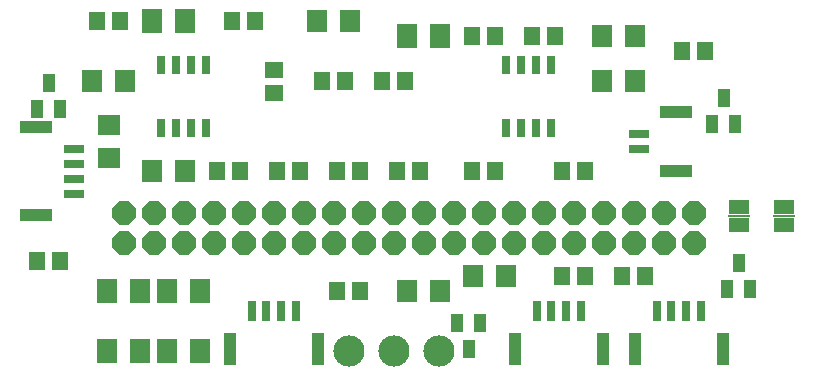
<source format=gbr>
G04 EAGLE Gerber RS-274X export*
G75*
%MOMM*%
%FSLAX34Y34*%
%LPD*%
%INSoldermask Top*%
%IPPOS*%
%AMOC8*
5,1,8,0,0,1.08239X$1,22.5*%
G01*
%ADD10R,1.401600X1.601600*%
%ADD11R,1.601600X1.401600*%
%ADD12R,0.701600X1.801600*%
%ADD13R,1.101600X2.801600*%
%ADD14R,1.801600X0.701600*%
%ADD15R,2.801600X1.101600*%
%ADD16R,1.701600X1.904600*%
%ADD17P,2.171924X8X202.500000*%
%ADD18R,1.904600X1.701600*%
%ADD19R,1.101600X1.501600*%
%ADD20R,1.701600X2.101600*%
%ADD21R,1.701800X1.270000*%
%ADD22R,1.828800X0.152400*%
%ADD23C,2.641600*%
%ADD24R,0.711200X1.625600*%


D10*
X288900Y254000D03*
X269900Y254000D03*
D11*
X228600Y263500D03*
X228600Y244500D03*
D10*
X282600Y177800D03*
X301600Y177800D03*
X396900Y292100D03*
X415900Y292100D03*
X466700Y292100D03*
X447700Y292100D03*
X282600Y76200D03*
X301600Y76200D03*
D12*
X234850Y59300D03*
X222350Y59300D03*
D13*
X191350Y27300D03*
X265850Y27300D03*
D12*
X209850Y59300D03*
X247350Y59300D03*
D14*
X59300Y171550D03*
X59300Y184050D03*
D15*
X27300Y215050D03*
X27300Y140550D03*
D14*
X59300Y196550D03*
X59300Y159050D03*
X537600Y209450D03*
X537600Y196950D03*
D15*
X569600Y178450D03*
X569600Y227950D03*
D16*
X103120Y254000D03*
X74680Y254000D03*
X265180Y304800D03*
X293620Y304800D03*
D17*
X584200Y117300D03*
X584200Y142700D03*
X558800Y117300D03*
X558800Y142700D03*
X533400Y117300D03*
X533400Y142700D03*
X508000Y117300D03*
X508000Y142700D03*
X482600Y117300D03*
X482600Y142700D03*
X457200Y117300D03*
X457200Y142700D03*
X431800Y117300D03*
X431800Y142700D03*
X406400Y117300D03*
X406400Y142700D03*
X381000Y117300D03*
X381000Y142700D03*
X355600Y117300D03*
X355600Y142700D03*
X330200Y117300D03*
X330200Y142700D03*
X304800Y117300D03*
X304800Y142700D03*
X279400Y117300D03*
X279400Y142700D03*
X254000Y117300D03*
X254000Y142700D03*
X228600Y117300D03*
X228600Y142700D03*
X203200Y117300D03*
X203200Y142700D03*
X177800Y117300D03*
X177800Y142700D03*
X152400Y117300D03*
X152400Y142700D03*
X127000Y117300D03*
X127000Y142700D03*
X101600Y117300D03*
X101600Y142700D03*
D16*
X125480Y177800D03*
X153920Y177800D03*
D18*
X88900Y217420D03*
X88900Y188980D03*
D19*
X38100Y252300D03*
X47600Y230300D03*
X28600Y230300D03*
X622300Y99900D03*
X631800Y77900D03*
X612800Y77900D03*
D10*
X396900Y177800D03*
X415900Y177800D03*
D20*
X87600Y25400D03*
X115600Y25400D03*
X138400Y76200D03*
X166400Y76200D03*
X87600Y76200D03*
X115600Y76200D03*
X341600Y292100D03*
X369600Y292100D03*
D16*
X534920Y292100D03*
X506480Y292100D03*
X534920Y254000D03*
X506480Y254000D03*
X341380Y76200D03*
X369820Y76200D03*
X397260Y88900D03*
X425700Y88900D03*
D20*
X125700Y304800D03*
X153700Y304800D03*
D10*
X593700Y279400D03*
X574700Y279400D03*
X473100Y177800D03*
X492100Y177800D03*
X28600Y101600D03*
X47600Y101600D03*
X473100Y88900D03*
X492100Y88900D03*
X523900Y88900D03*
X542900Y88900D03*
X333400Y177800D03*
X352400Y177800D03*
X193700Y304800D03*
X212700Y304800D03*
X79400Y304800D03*
X98400Y304800D03*
X231800Y177800D03*
X250800Y177800D03*
X320700Y254000D03*
X339700Y254000D03*
X181000Y177800D03*
X200000Y177800D03*
D20*
X138400Y25400D03*
X166400Y25400D03*
D21*
X660400Y132080D03*
X660400Y147320D03*
D22*
X660400Y139700D03*
D21*
X622300Y132080D03*
X622300Y147320D03*
D22*
X622300Y139700D03*
D23*
X368300Y25400D03*
X330200Y25400D03*
X292100Y25400D03*
D19*
X609600Y239600D03*
X619100Y217600D03*
X600100Y217600D03*
X393700Y27100D03*
X384200Y49100D03*
X403200Y49100D03*
D24*
X425450Y214376D03*
X425450Y268224D03*
X438150Y214376D03*
X450850Y214376D03*
X438150Y268224D03*
X450850Y268224D03*
X463550Y214376D03*
X463550Y268224D03*
X171450Y268224D03*
X171450Y214376D03*
X158750Y268224D03*
X146050Y268224D03*
X158750Y214376D03*
X146050Y214376D03*
X133350Y268224D03*
X133350Y214376D03*
D12*
X577750Y59300D03*
X565250Y59300D03*
D13*
X534250Y27300D03*
X608750Y27300D03*
D12*
X552750Y59300D03*
X590250Y59300D03*
X476150Y59300D03*
X463650Y59300D03*
D13*
X432650Y27300D03*
X507150Y27300D03*
D12*
X451150Y59300D03*
X488650Y59300D03*
M02*

</source>
